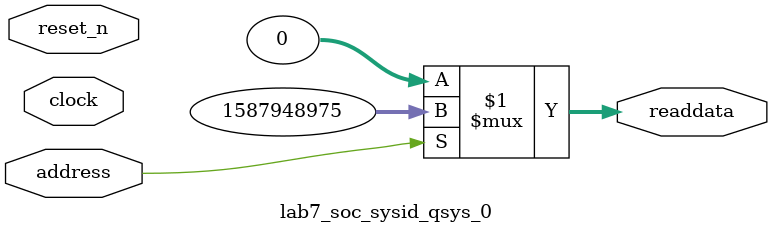
<source format=v>



// synthesis translate_off
`timescale 1ns / 1ps
// synthesis translate_on

// turn off superfluous verilog processor warnings 
// altera message_level Level1 
// altera message_off 10034 10035 10036 10037 10230 10240 10030 

module lab7_soc_sysid_qsys_0 (
               // inputs:
                address,
                clock,
                reset_n,

               // outputs:
                readdata
             )
;

  output  [ 31: 0] readdata;
  input            address;
  input            clock;
  input            reset_n;

  wire    [ 31: 0] readdata;
  //control_slave, which is an e_avalon_slave
  assign readdata = address ? 1587948975 : 0;

endmodule



</source>
